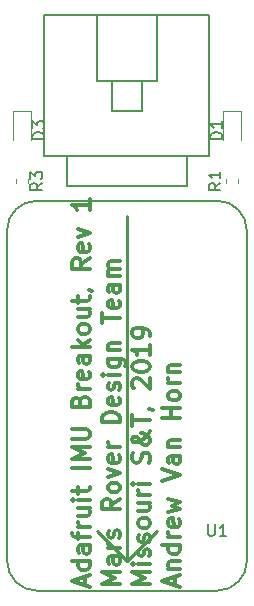
<source format=gbr>
G04 #@! TF.GenerationSoftware,KiCad,Pcbnew,(5.0.2)-1*
G04 #@! TF.CreationDate,2019-04-17T18:20:16-05:00*
G04 #@! TF.ProjectId,LSM9DS1Breakout_Hardware,4c534d39-4453-4314-9272-65616b6f7574,rev?*
G04 #@! TF.SameCoordinates,Original*
G04 #@! TF.FileFunction,Legend,Top*
G04 #@! TF.FilePolarity,Positive*
%FSLAX46Y46*%
G04 Gerber Fmt 4.6, Leading zero omitted, Abs format (unit mm)*
G04 Created by KiCad (PCBNEW (5.0.2)-1) date 4/17/2019 6:20:16 PM*
%MOMM*%
%LPD*%
G01*
G04 APERTURE LIST*
%ADD10C,0.300000*%
%ADD11C,0.150000*%
%ADD12C,0.120000*%
%ADD13C,0.277000*%
G04 APERTURE END LIST*
D10*
X125965000Y-71909285D02*
X125965000Y-71195000D01*
X126393571Y-72052142D02*
X124893571Y-71552142D01*
X126393571Y-71052142D01*
X126393571Y-69909285D02*
X124893571Y-69909285D01*
X126322142Y-69909285D02*
X126393571Y-70052142D01*
X126393571Y-70337857D01*
X126322142Y-70480714D01*
X126250714Y-70552142D01*
X126107857Y-70623571D01*
X125679285Y-70623571D01*
X125536428Y-70552142D01*
X125465000Y-70480714D01*
X125393571Y-70337857D01*
X125393571Y-70052142D01*
X125465000Y-69909285D01*
X126393571Y-68552142D02*
X125607857Y-68552142D01*
X125465000Y-68623571D01*
X125393571Y-68766428D01*
X125393571Y-69052142D01*
X125465000Y-69195000D01*
X126322142Y-68552142D02*
X126393571Y-68695000D01*
X126393571Y-69052142D01*
X126322142Y-69195000D01*
X126179285Y-69266428D01*
X126036428Y-69266428D01*
X125893571Y-69195000D01*
X125822142Y-69052142D01*
X125822142Y-68695000D01*
X125750714Y-68552142D01*
X125393571Y-68052142D02*
X125393571Y-67480714D01*
X126393571Y-67837857D02*
X125107857Y-67837857D01*
X124965000Y-67766428D01*
X124893571Y-67623571D01*
X124893571Y-67480714D01*
X126393571Y-66980714D02*
X125393571Y-66980714D01*
X125679285Y-66980714D02*
X125536428Y-66909285D01*
X125465000Y-66837857D01*
X125393571Y-66695000D01*
X125393571Y-66552142D01*
X125393571Y-65409285D02*
X126393571Y-65409285D01*
X125393571Y-66052142D02*
X126179285Y-66052142D01*
X126322142Y-65980714D01*
X126393571Y-65837857D01*
X126393571Y-65623571D01*
X126322142Y-65480714D01*
X126250714Y-65409285D01*
X126393571Y-64695000D02*
X125393571Y-64695000D01*
X124893571Y-64695000D02*
X124965000Y-64766428D01*
X125036428Y-64695000D01*
X124965000Y-64623571D01*
X124893571Y-64695000D01*
X125036428Y-64695000D01*
X125393571Y-64195000D02*
X125393571Y-63623571D01*
X124893571Y-63980714D02*
X126179285Y-63980714D01*
X126322142Y-63909285D01*
X126393571Y-63766428D01*
X126393571Y-63623571D01*
X126393571Y-61980714D02*
X124893571Y-61980714D01*
X126393571Y-61266428D02*
X124893571Y-61266428D01*
X125965000Y-60766428D01*
X124893571Y-60266428D01*
X126393571Y-60266428D01*
X124893571Y-59552142D02*
X126107857Y-59552142D01*
X126250714Y-59480714D01*
X126322142Y-59409285D01*
X126393571Y-59266428D01*
X126393571Y-58980714D01*
X126322142Y-58837857D01*
X126250714Y-58766428D01*
X126107857Y-58695000D01*
X124893571Y-58695000D01*
X125607857Y-56337857D02*
X125679285Y-56123571D01*
X125750714Y-56052142D01*
X125893571Y-55980714D01*
X126107857Y-55980714D01*
X126250714Y-56052142D01*
X126322142Y-56123571D01*
X126393571Y-56266428D01*
X126393571Y-56837857D01*
X124893571Y-56837857D01*
X124893571Y-56337857D01*
X124965000Y-56195000D01*
X125036428Y-56123571D01*
X125179285Y-56052142D01*
X125322142Y-56052142D01*
X125465000Y-56123571D01*
X125536428Y-56195000D01*
X125607857Y-56337857D01*
X125607857Y-56837857D01*
X126393571Y-55337857D02*
X125393571Y-55337857D01*
X125679285Y-55337857D02*
X125536428Y-55266428D01*
X125465000Y-55195000D01*
X125393571Y-55052142D01*
X125393571Y-54909285D01*
X126322142Y-53837857D02*
X126393571Y-53980714D01*
X126393571Y-54266428D01*
X126322142Y-54409285D01*
X126179285Y-54480714D01*
X125607857Y-54480714D01*
X125465000Y-54409285D01*
X125393571Y-54266428D01*
X125393571Y-53980714D01*
X125465000Y-53837857D01*
X125607857Y-53766428D01*
X125750714Y-53766428D01*
X125893571Y-54480714D01*
X126393571Y-52480714D02*
X125607857Y-52480714D01*
X125465000Y-52552142D01*
X125393571Y-52695000D01*
X125393571Y-52980714D01*
X125465000Y-53123571D01*
X126322142Y-52480714D02*
X126393571Y-52623571D01*
X126393571Y-52980714D01*
X126322142Y-53123571D01*
X126179285Y-53195000D01*
X126036428Y-53195000D01*
X125893571Y-53123571D01*
X125822142Y-52980714D01*
X125822142Y-52623571D01*
X125750714Y-52480714D01*
X126393571Y-51766428D02*
X124893571Y-51766428D01*
X125822142Y-51623571D02*
X126393571Y-51195000D01*
X125393571Y-51195000D02*
X125965000Y-51766428D01*
X126393571Y-50337857D02*
X126322142Y-50480714D01*
X126250714Y-50552142D01*
X126107857Y-50623571D01*
X125679285Y-50623571D01*
X125536428Y-50552142D01*
X125465000Y-50480714D01*
X125393571Y-50337857D01*
X125393571Y-50123571D01*
X125465000Y-49980714D01*
X125536428Y-49909285D01*
X125679285Y-49837857D01*
X126107857Y-49837857D01*
X126250714Y-49909285D01*
X126322142Y-49980714D01*
X126393571Y-50123571D01*
X126393571Y-50337857D01*
X125393571Y-48552142D02*
X126393571Y-48552142D01*
X125393571Y-49195000D02*
X126179285Y-49195000D01*
X126322142Y-49123571D01*
X126393571Y-48980714D01*
X126393571Y-48766428D01*
X126322142Y-48623571D01*
X126250714Y-48552142D01*
X125393571Y-48052142D02*
X125393571Y-47480714D01*
X124893571Y-47837857D02*
X126179285Y-47837857D01*
X126322142Y-47766428D01*
X126393571Y-47623571D01*
X126393571Y-47480714D01*
X126322142Y-46909285D02*
X126393571Y-46909285D01*
X126536428Y-46980714D01*
X126607857Y-47052142D01*
X126393571Y-44266428D02*
X125679285Y-44766428D01*
X126393571Y-45123571D02*
X124893571Y-45123571D01*
X124893571Y-44552142D01*
X124965000Y-44409285D01*
X125036428Y-44337857D01*
X125179285Y-44266428D01*
X125393571Y-44266428D01*
X125536428Y-44337857D01*
X125607857Y-44409285D01*
X125679285Y-44552142D01*
X125679285Y-45123571D01*
X126322142Y-43052142D02*
X126393571Y-43195000D01*
X126393571Y-43480714D01*
X126322142Y-43623571D01*
X126179285Y-43695000D01*
X125607857Y-43695000D01*
X125465000Y-43623571D01*
X125393571Y-43480714D01*
X125393571Y-43195000D01*
X125465000Y-43052142D01*
X125607857Y-42980714D01*
X125750714Y-42980714D01*
X125893571Y-43695000D01*
X125393571Y-42480714D02*
X126393571Y-42123571D01*
X125393571Y-41766428D01*
X126393571Y-39266428D02*
X126393571Y-40123571D01*
X126393571Y-39695000D02*
X124893571Y-39695000D01*
X125107857Y-39837857D01*
X125250714Y-39980714D01*
X125322142Y-40123571D01*
X128943571Y-71837857D02*
X127443571Y-71837857D01*
X128515000Y-71337857D01*
X127443571Y-70837857D01*
X128943571Y-70837857D01*
X128943571Y-69480714D02*
X128157857Y-69480714D01*
X128015000Y-69552142D01*
X127943571Y-69695000D01*
X127943571Y-69980714D01*
X128015000Y-70123571D01*
X128872142Y-69480714D02*
X128943571Y-69623571D01*
X128943571Y-69980714D01*
X128872142Y-70123571D01*
X128729285Y-70195000D01*
X128586428Y-70195000D01*
X128443571Y-70123571D01*
X128372142Y-69980714D01*
X128372142Y-69623571D01*
X128300714Y-69480714D01*
X128943571Y-68766428D02*
X127943571Y-68766428D01*
X128229285Y-68766428D02*
X128086428Y-68695000D01*
X128015000Y-68623571D01*
X127943571Y-68480714D01*
X127943571Y-68337857D01*
X128872142Y-67909285D02*
X128943571Y-67766428D01*
X128943571Y-67480714D01*
X128872142Y-67337857D01*
X128729285Y-67266428D01*
X128657857Y-67266428D01*
X128515000Y-67337857D01*
X128443571Y-67480714D01*
X128443571Y-67695000D01*
X128372142Y-67837857D01*
X128229285Y-67909285D01*
X128157857Y-67909285D01*
X128015000Y-67837857D01*
X127943571Y-67695000D01*
X127943571Y-67480714D01*
X128015000Y-67337857D01*
X128943571Y-64623571D02*
X128229285Y-65123571D01*
X128943571Y-65480714D02*
X127443571Y-65480714D01*
X127443571Y-64909285D01*
X127515000Y-64766428D01*
X127586428Y-64695000D01*
X127729285Y-64623571D01*
X127943571Y-64623571D01*
X128086428Y-64695000D01*
X128157857Y-64766428D01*
X128229285Y-64909285D01*
X128229285Y-65480714D01*
X128943571Y-63766428D02*
X128872142Y-63909285D01*
X128800714Y-63980714D01*
X128657857Y-64052142D01*
X128229285Y-64052142D01*
X128086428Y-63980714D01*
X128015000Y-63909285D01*
X127943571Y-63766428D01*
X127943571Y-63552142D01*
X128015000Y-63409285D01*
X128086428Y-63337857D01*
X128229285Y-63266428D01*
X128657857Y-63266428D01*
X128800714Y-63337857D01*
X128872142Y-63409285D01*
X128943571Y-63552142D01*
X128943571Y-63766428D01*
X127943571Y-62766428D02*
X128943571Y-62409285D01*
X127943571Y-62052142D01*
X128872142Y-60909285D02*
X128943571Y-61052142D01*
X128943571Y-61337857D01*
X128872142Y-61480714D01*
X128729285Y-61552142D01*
X128157857Y-61552142D01*
X128015000Y-61480714D01*
X127943571Y-61337857D01*
X127943571Y-61052142D01*
X128015000Y-60909285D01*
X128157857Y-60837857D01*
X128300714Y-60837857D01*
X128443571Y-61552142D01*
X128943571Y-60195000D02*
X127943571Y-60195000D01*
X128229285Y-60195000D02*
X128086428Y-60123571D01*
X128015000Y-60052142D01*
X127943571Y-59909285D01*
X127943571Y-59766428D01*
X128943571Y-58123571D02*
X127443571Y-58123571D01*
X127443571Y-57766428D01*
X127515000Y-57552142D01*
X127657857Y-57409285D01*
X127800714Y-57337857D01*
X128086428Y-57266428D01*
X128300714Y-57266428D01*
X128586428Y-57337857D01*
X128729285Y-57409285D01*
X128872142Y-57552142D01*
X128943571Y-57766428D01*
X128943571Y-58123571D01*
X128872142Y-56052142D02*
X128943571Y-56195000D01*
X128943571Y-56480714D01*
X128872142Y-56623571D01*
X128729285Y-56695000D01*
X128157857Y-56695000D01*
X128015000Y-56623571D01*
X127943571Y-56480714D01*
X127943571Y-56195000D01*
X128015000Y-56052142D01*
X128157857Y-55980714D01*
X128300714Y-55980714D01*
X128443571Y-56695000D01*
X128872142Y-55409285D02*
X128943571Y-55266428D01*
X128943571Y-54980714D01*
X128872142Y-54837857D01*
X128729285Y-54766428D01*
X128657857Y-54766428D01*
X128515000Y-54837857D01*
X128443571Y-54980714D01*
X128443571Y-55195000D01*
X128372142Y-55337857D01*
X128229285Y-55409285D01*
X128157857Y-55409285D01*
X128015000Y-55337857D01*
X127943571Y-55195000D01*
X127943571Y-54980714D01*
X128015000Y-54837857D01*
X128943571Y-54123571D02*
X127943571Y-54123571D01*
X127443571Y-54123571D02*
X127515000Y-54195000D01*
X127586428Y-54123571D01*
X127515000Y-54052142D01*
X127443571Y-54123571D01*
X127586428Y-54123571D01*
X127943571Y-52766428D02*
X129157857Y-52766428D01*
X129300714Y-52837857D01*
X129372142Y-52909285D01*
X129443571Y-53052142D01*
X129443571Y-53266428D01*
X129372142Y-53409285D01*
X128872142Y-52766428D02*
X128943571Y-52909285D01*
X128943571Y-53195000D01*
X128872142Y-53337857D01*
X128800714Y-53409285D01*
X128657857Y-53480714D01*
X128229285Y-53480714D01*
X128086428Y-53409285D01*
X128015000Y-53337857D01*
X127943571Y-53195000D01*
X127943571Y-52909285D01*
X128015000Y-52766428D01*
X127943571Y-52052142D02*
X128943571Y-52052142D01*
X128086428Y-52052142D02*
X128015000Y-51980714D01*
X127943571Y-51837857D01*
X127943571Y-51623571D01*
X128015000Y-51480714D01*
X128157857Y-51409285D01*
X128943571Y-51409285D01*
X127443571Y-49766428D02*
X127443571Y-48909285D01*
X128943571Y-49337857D02*
X127443571Y-49337857D01*
X128872142Y-47837857D02*
X128943571Y-47980714D01*
X128943571Y-48266428D01*
X128872142Y-48409285D01*
X128729285Y-48480714D01*
X128157857Y-48480714D01*
X128015000Y-48409285D01*
X127943571Y-48266428D01*
X127943571Y-47980714D01*
X128015000Y-47837857D01*
X128157857Y-47766428D01*
X128300714Y-47766428D01*
X128443571Y-48480714D01*
X128943571Y-46480714D02*
X128157857Y-46480714D01*
X128015000Y-46552142D01*
X127943571Y-46695000D01*
X127943571Y-46980714D01*
X128015000Y-47123571D01*
X128872142Y-46480714D02*
X128943571Y-46623571D01*
X128943571Y-46980714D01*
X128872142Y-47123571D01*
X128729285Y-47195000D01*
X128586428Y-47195000D01*
X128443571Y-47123571D01*
X128372142Y-46980714D01*
X128372142Y-46623571D01*
X128300714Y-46480714D01*
X128943571Y-45766428D02*
X127943571Y-45766428D01*
X128086428Y-45766428D02*
X128015000Y-45695000D01*
X127943571Y-45552142D01*
X127943571Y-45337857D01*
X128015000Y-45195000D01*
X128157857Y-45123571D01*
X128943571Y-45123571D01*
X128157857Y-45123571D02*
X128015000Y-45052142D01*
X127943571Y-44909285D01*
X127943571Y-44695000D01*
X128015000Y-44552142D01*
X128157857Y-44480714D01*
X128943571Y-44480714D01*
X131493571Y-71837857D02*
X129993571Y-71837857D01*
X131065000Y-71337857D01*
X129993571Y-70837857D01*
X131493571Y-70837857D01*
X131493571Y-70123571D02*
X130493571Y-70123571D01*
X129993571Y-70123571D02*
X130065000Y-70195000D01*
X130136428Y-70123571D01*
X130065000Y-70052142D01*
X129993571Y-70123571D01*
X130136428Y-70123571D01*
X131422142Y-69480714D02*
X131493571Y-69337857D01*
X131493571Y-69052142D01*
X131422142Y-68909285D01*
X131279285Y-68837857D01*
X131207857Y-68837857D01*
X131065000Y-68909285D01*
X130993571Y-69052142D01*
X130993571Y-69266428D01*
X130922142Y-69409285D01*
X130779285Y-69480714D01*
X130707857Y-69480714D01*
X130565000Y-69409285D01*
X130493571Y-69266428D01*
X130493571Y-69052142D01*
X130565000Y-68909285D01*
X131422142Y-68266428D02*
X131493571Y-68123571D01*
X131493571Y-67837857D01*
X131422142Y-67695000D01*
X131279285Y-67623571D01*
X131207857Y-67623571D01*
X131065000Y-67695000D01*
X130993571Y-67837857D01*
X130993571Y-68052142D01*
X130922142Y-68195000D01*
X130779285Y-68266428D01*
X130707857Y-68266428D01*
X130565000Y-68195000D01*
X130493571Y-68052142D01*
X130493571Y-67837857D01*
X130565000Y-67695000D01*
X131493571Y-66766428D02*
X131422142Y-66909285D01*
X131350714Y-66980714D01*
X131207857Y-67052142D01*
X130779285Y-67052142D01*
X130636428Y-66980714D01*
X130565000Y-66909285D01*
X130493571Y-66766428D01*
X130493571Y-66552142D01*
X130565000Y-66409285D01*
X130636428Y-66337857D01*
X130779285Y-66266428D01*
X131207857Y-66266428D01*
X131350714Y-66337857D01*
X131422142Y-66409285D01*
X131493571Y-66552142D01*
X131493571Y-66766428D01*
X130493571Y-64980714D02*
X131493571Y-64980714D01*
X130493571Y-65623571D02*
X131279285Y-65623571D01*
X131422142Y-65552142D01*
X131493571Y-65409285D01*
X131493571Y-65195000D01*
X131422142Y-65052142D01*
X131350714Y-64980714D01*
X131493571Y-64266428D02*
X130493571Y-64266428D01*
X130779285Y-64266428D02*
X130636428Y-64195000D01*
X130565000Y-64123571D01*
X130493571Y-63980714D01*
X130493571Y-63837857D01*
X131493571Y-63337857D02*
X130493571Y-63337857D01*
X129993571Y-63337857D02*
X130065000Y-63409285D01*
X130136428Y-63337857D01*
X130065000Y-63266428D01*
X129993571Y-63337857D01*
X130136428Y-63337857D01*
X131422142Y-61552142D02*
X131493571Y-61337857D01*
X131493571Y-60980714D01*
X131422142Y-60837857D01*
X131350714Y-60766428D01*
X131207857Y-60695000D01*
X131065000Y-60695000D01*
X130922142Y-60766428D01*
X130850714Y-60837857D01*
X130779285Y-60980714D01*
X130707857Y-61266428D01*
X130636428Y-61409285D01*
X130565000Y-61480714D01*
X130422142Y-61552142D01*
X130279285Y-61552142D01*
X130136428Y-61480714D01*
X130065000Y-61409285D01*
X129993571Y-61266428D01*
X129993571Y-60909285D01*
X130065000Y-60695000D01*
X131493571Y-58837857D02*
X131493571Y-58909285D01*
X131422142Y-59052142D01*
X131207857Y-59266428D01*
X130779285Y-59623571D01*
X130565000Y-59766428D01*
X130350714Y-59837857D01*
X130207857Y-59837857D01*
X130065000Y-59766428D01*
X129993571Y-59623571D01*
X129993571Y-59552142D01*
X130065000Y-59409285D01*
X130207857Y-59337857D01*
X130279285Y-59337857D01*
X130422142Y-59409285D01*
X130493571Y-59480714D01*
X130779285Y-59909285D01*
X130850714Y-59980714D01*
X130993571Y-60052142D01*
X131207857Y-60052142D01*
X131350714Y-59980714D01*
X131422142Y-59909285D01*
X131493571Y-59766428D01*
X131493571Y-59552142D01*
X131422142Y-59409285D01*
X131350714Y-59337857D01*
X131065000Y-59123571D01*
X130850714Y-59052142D01*
X130707857Y-59052142D01*
X129993571Y-58409285D02*
X129993571Y-57552142D01*
X131493571Y-57980714D02*
X129993571Y-57980714D01*
X131422142Y-56980714D02*
X131493571Y-56980714D01*
X131636428Y-57052142D01*
X131707857Y-57123571D01*
X130136428Y-55266428D02*
X130065000Y-55195000D01*
X129993571Y-55052142D01*
X129993571Y-54695000D01*
X130065000Y-54552142D01*
X130136428Y-54480714D01*
X130279285Y-54409285D01*
X130422142Y-54409285D01*
X130636428Y-54480714D01*
X131493571Y-55337857D01*
X131493571Y-54409285D01*
X129993571Y-53480714D02*
X129993571Y-53337857D01*
X130065000Y-53195000D01*
X130136428Y-53123571D01*
X130279285Y-53052142D01*
X130565000Y-52980714D01*
X130922142Y-52980714D01*
X131207857Y-53052142D01*
X131350714Y-53123571D01*
X131422142Y-53195000D01*
X131493571Y-53337857D01*
X131493571Y-53480714D01*
X131422142Y-53623571D01*
X131350714Y-53695000D01*
X131207857Y-53766428D01*
X130922142Y-53837857D01*
X130565000Y-53837857D01*
X130279285Y-53766428D01*
X130136428Y-53695000D01*
X130065000Y-53623571D01*
X129993571Y-53480714D01*
X131493571Y-51552142D02*
X131493571Y-52409285D01*
X131493571Y-51980714D02*
X129993571Y-51980714D01*
X130207857Y-52123571D01*
X130350714Y-52266428D01*
X130422142Y-52409285D01*
X131493571Y-50837857D02*
X131493571Y-50552142D01*
X131422142Y-50409285D01*
X131350714Y-50337857D01*
X131136428Y-50195000D01*
X130850714Y-50123571D01*
X130279285Y-50123571D01*
X130136428Y-50195000D01*
X130065000Y-50266428D01*
X129993571Y-50409285D01*
X129993571Y-50695000D01*
X130065000Y-50837857D01*
X130136428Y-50909285D01*
X130279285Y-50980714D01*
X130636428Y-50980714D01*
X130779285Y-50909285D01*
X130850714Y-50837857D01*
X130922142Y-50695000D01*
X130922142Y-50409285D01*
X130850714Y-50266428D01*
X130779285Y-50195000D01*
X130636428Y-50123571D01*
X133615000Y-71909285D02*
X133615000Y-71195000D01*
X134043571Y-72052142D02*
X132543571Y-71552142D01*
X134043571Y-71052142D01*
X133043571Y-70552142D02*
X134043571Y-70552142D01*
X133186428Y-70552142D02*
X133115000Y-70480714D01*
X133043571Y-70337857D01*
X133043571Y-70123571D01*
X133115000Y-69980714D01*
X133257857Y-69909285D01*
X134043571Y-69909285D01*
X134043571Y-68552142D02*
X132543571Y-68552142D01*
X133972142Y-68552142D02*
X134043571Y-68695000D01*
X134043571Y-68980714D01*
X133972142Y-69123571D01*
X133900714Y-69195000D01*
X133757857Y-69266428D01*
X133329285Y-69266428D01*
X133186428Y-69195000D01*
X133115000Y-69123571D01*
X133043571Y-68980714D01*
X133043571Y-68695000D01*
X133115000Y-68552142D01*
X134043571Y-67837857D02*
X133043571Y-67837857D01*
X133329285Y-67837857D02*
X133186428Y-67766428D01*
X133115000Y-67695000D01*
X133043571Y-67552142D01*
X133043571Y-67409285D01*
X133972142Y-66337857D02*
X134043571Y-66480714D01*
X134043571Y-66766428D01*
X133972142Y-66909285D01*
X133829285Y-66980714D01*
X133257857Y-66980714D01*
X133115000Y-66909285D01*
X133043571Y-66766428D01*
X133043571Y-66480714D01*
X133115000Y-66337857D01*
X133257857Y-66266428D01*
X133400714Y-66266428D01*
X133543571Y-66980714D01*
X133043571Y-65766428D02*
X134043571Y-65480714D01*
X133329285Y-65195000D01*
X134043571Y-64909285D01*
X133043571Y-64623571D01*
X132543571Y-63123571D02*
X134043571Y-62623571D01*
X132543571Y-62123571D01*
X134043571Y-60980714D02*
X133257857Y-60980714D01*
X133115000Y-61052142D01*
X133043571Y-61195000D01*
X133043571Y-61480714D01*
X133115000Y-61623571D01*
X133972142Y-60980714D02*
X134043571Y-61123571D01*
X134043571Y-61480714D01*
X133972142Y-61623571D01*
X133829285Y-61695000D01*
X133686428Y-61695000D01*
X133543571Y-61623571D01*
X133472142Y-61480714D01*
X133472142Y-61123571D01*
X133400714Y-60980714D01*
X133043571Y-60266428D02*
X134043571Y-60266428D01*
X133186428Y-60266428D02*
X133115000Y-60195000D01*
X133043571Y-60052142D01*
X133043571Y-59837857D01*
X133115000Y-59695000D01*
X133257857Y-59623571D01*
X134043571Y-59623571D01*
X134043571Y-57766428D02*
X132543571Y-57766428D01*
X133257857Y-57766428D02*
X133257857Y-56909285D01*
X134043571Y-56909285D02*
X132543571Y-56909285D01*
X134043571Y-55980714D02*
X133972142Y-56123571D01*
X133900714Y-56195000D01*
X133757857Y-56266428D01*
X133329285Y-56266428D01*
X133186428Y-56195000D01*
X133115000Y-56123571D01*
X133043571Y-55980714D01*
X133043571Y-55766428D01*
X133115000Y-55623571D01*
X133186428Y-55552142D01*
X133329285Y-55480714D01*
X133757857Y-55480714D01*
X133900714Y-55552142D01*
X133972142Y-55623571D01*
X134043571Y-55766428D01*
X134043571Y-55980714D01*
X134043571Y-54837857D02*
X133043571Y-54837857D01*
X133329285Y-54837857D02*
X133186428Y-54766428D01*
X133115000Y-54695000D01*
X133043571Y-54552142D01*
X133043571Y-54409285D01*
X133043571Y-53909285D02*
X134043571Y-53909285D01*
X133186428Y-53909285D02*
X133115000Y-53837857D01*
X133043571Y-53695000D01*
X133043571Y-53480714D01*
X133115000Y-53337857D01*
X133257857Y-53266428D01*
X134043571Y-53266428D01*
D11*
G04 #@! TO.C,Conn1*
X122555000Y-23622000D02*
X136525000Y-23622000D01*
X127000000Y-29210000D02*
X132080000Y-29210000D01*
X130810000Y-29210000D02*
X130810000Y-31750000D01*
X130810000Y-31750000D02*
X128270000Y-31750000D01*
X132080000Y-23622000D02*
X132080000Y-29210000D01*
X136525000Y-35560000D02*
X136525000Y-23622000D01*
X134620000Y-38100000D02*
X124460000Y-38100000D01*
X127000000Y-23622000D02*
X127000000Y-24130000D01*
X122555000Y-35560000D02*
X122555000Y-23622000D01*
X124460000Y-35560000D02*
X122555000Y-35560000D01*
X127000000Y-27940000D02*
X127000000Y-29210000D01*
X127000000Y-27940000D02*
X127000000Y-24130000D01*
X128270000Y-29210000D02*
X128270000Y-31750000D01*
X124460000Y-35560000D02*
X136525000Y-35560000D01*
X134620000Y-35560000D02*
X134620000Y-38100000D01*
X124460000Y-38100000D02*
X124460000Y-35560000D01*
D12*
G04 #@! TO.C,D1*
X139165000Y-34215000D02*
X139165000Y-31755000D01*
X139165000Y-31755000D02*
X137695000Y-31755000D01*
X137695000Y-31755000D02*
X137695000Y-34215000D01*
G04 #@! TO.C,D3*
X121385000Y-34215000D02*
X121385000Y-31755000D01*
X121385000Y-31755000D02*
X119915000Y-31755000D01*
X119915000Y-31755000D02*
X119915000Y-34215000D01*
G04 #@! TO.C,R1*
X137920000Y-37876267D02*
X137920000Y-37533733D01*
X138940000Y-37876267D02*
X138940000Y-37533733D01*
G04 #@! TO.C,R3*
X120140000Y-37876267D02*
X120140000Y-37533733D01*
X121160000Y-37876267D02*
X121160000Y-37533733D01*
D11*
G04 #@! TO.C,U1*
X121920000Y-39370000D02*
X137160000Y-39370000D01*
X119380000Y-41910000D02*
X119380000Y-69850000D01*
X121920000Y-72390000D02*
X137160000Y-72390000D01*
X139700000Y-69850000D02*
X139700000Y-41910000D01*
X119380000Y-41910000D02*
G75*
G02X121920000Y-39370000I2540000J0D01*
G01*
X121920000Y-72390000D02*
G75*
G02X119380000Y-69850000I0J2540000D01*
G01*
X139700000Y-69850000D02*
G75*
G02X137160000Y-72390000I-2540000J0D01*
G01*
X137160000Y-39370000D02*
G75*
G02X139700000Y-41910000I0J-2540000D01*
G01*
D13*
X129540000Y-40640000D02*
X129540000Y-69850000D01*
X129540000Y-69850000D02*
X127000000Y-67310000D01*
X129540000Y-69850000D02*
X132080000Y-67310000D01*
G04 #@! TO.C,D1*
D11*
X137612380Y-34153095D02*
X136612380Y-34153095D01*
X136612380Y-33915000D01*
X136660000Y-33772142D01*
X136755238Y-33676904D01*
X136850476Y-33629285D01*
X137040952Y-33581666D01*
X137183809Y-33581666D01*
X137374285Y-33629285D01*
X137469523Y-33676904D01*
X137564761Y-33772142D01*
X137612380Y-33915000D01*
X137612380Y-34153095D01*
X137612380Y-32629285D02*
X137612380Y-33200714D01*
X137612380Y-32915000D02*
X136612380Y-32915000D01*
X136755238Y-33010238D01*
X136850476Y-33105476D01*
X136898095Y-33200714D01*
G04 #@! TO.C,D3*
X122532380Y-34153095D02*
X121532380Y-34153095D01*
X121532380Y-33915000D01*
X121580000Y-33772142D01*
X121675238Y-33676904D01*
X121770476Y-33629285D01*
X121960952Y-33581666D01*
X122103809Y-33581666D01*
X122294285Y-33629285D01*
X122389523Y-33676904D01*
X122484761Y-33772142D01*
X122532380Y-33915000D01*
X122532380Y-34153095D01*
X121532380Y-33248333D02*
X121532380Y-32629285D01*
X121913333Y-32962619D01*
X121913333Y-32819761D01*
X121960952Y-32724523D01*
X122008571Y-32676904D01*
X122103809Y-32629285D01*
X122341904Y-32629285D01*
X122437142Y-32676904D01*
X122484761Y-32724523D01*
X122532380Y-32819761D01*
X122532380Y-33105476D01*
X122484761Y-33200714D01*
X122437142Y-33248333D01*
G04 #@! TO.C,R1*
X137452380Y-37871666D02*
X136976190Y-38205000D01*
X137452380Y-38443095D02*
X136452380Y-38443095D01*
X136452380Y-38062142D01*
X136500000Y-37966904D01*
X136547619Y-37919285D01*
X136642857Y-37871666D01*
X136785714Y-37871666D01*
X136880952Y-37919285D01*
X136928571Y-37966904D01*
X136976190Y-38062142D01*
X136976190Y-38443095D01*
X137452380Y-36919285D02*
X137452380Y-37490714D01*
X137452380Y-37205000D02*
X136452380Y-37205000D01*
X136595238Y-37300238D01*
X136690476Y-37395476D01*
X136738095Y-37490714D01*
G04 #@! TO.C,R3*
X122372380Y-37871666D02*
X121896190Y-38205000D01*
X122372380Y-38443095D02*
X121372380Y-38443095D01*
X121372380Y-38062142D01*
X121420000Y-37966904D01*
X121467619Y-37919285D01*
X121562857Y-37871666D01*
X121705714Y-37871666D01*
X121800952Y-37919285D01*
X121848571Y-37966904D01*
X121896190Y-38062142D01*
X121896190Y-38443095D01*
X121372380Y-37538333D02*
X121372380Y-36919285D01*
X121753333Y-37252619D01*
X121753333Y-37109761D01*
X121800952Y-37014523D01*
X121848571Y-36966904D01*
X121943809Y-36919285D01*
X122181904Y-36919285D01*
X122277142Y-36966904D01*
X122324761Y-37014523D01*
X122372380Y-37109761D01*
X122372380Y-37395476D01*
X122324761Y-37490714D01*
X122277142Y-37538333D01*
G04 #@! TO.C,U1*
X136398095Y-66762380D02*
X136398095Y-67571904D01*
X136445714Y-67667142D01*
X136493333Y-67714761D01*
X136588571Y-67762380D01*
X136779047Y-67762380D01*
X136874285Y-67714761D01*
X136921904Y-67667142D01*
X136969523Y-67571904D01*
X136969523Y-66762380D01*
X137969523Y-67762380D02*
X137398095Y-67762380D01*
X137683809Y-67762380D02*
X137683809Y-66762380D01*
X137588571Y-66905238D01*
X137493333Y-67000476D01*
X137398095Y-67048095D01*
G04 #@! TD*
M02*

</source>
